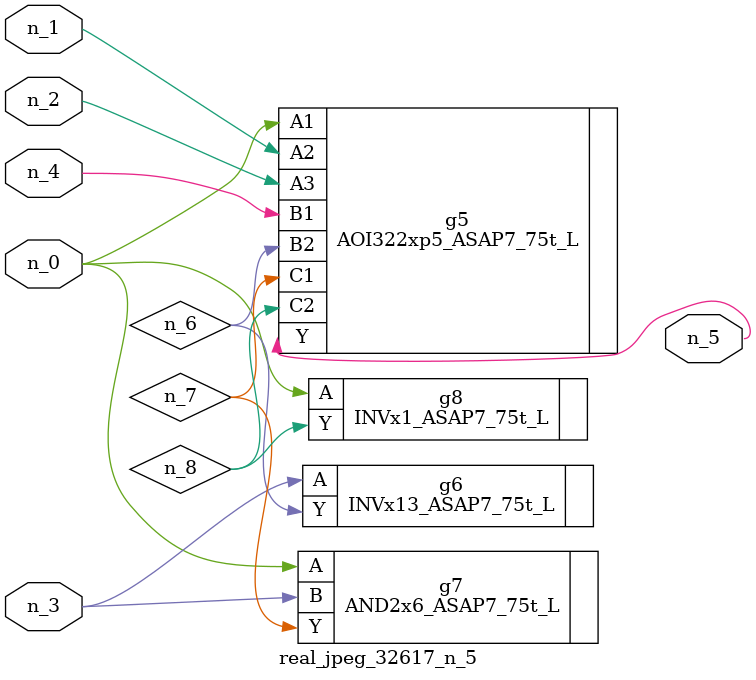
<source format=v>
module real_jpeg_32617_n_5 (n_4, n_0, n_1, n_2, n_3, n_5);

input n_4;
input n_0;
input n_1;
input n_2;
input n_3;

output n_5;

wire n_8;
wire n_6;
wire n_7;

AOI322xp5_ASAP7_75t_L g5 ( 
.A1(n_0),
.A2(n_1),
.A3(n_2),
.B1(n_4),
.B2(n_6),
.C1(n_7),
.C2(n_8),
.Y(n_5)
);

AND2x6_ASAP7_75t_L g7 ( 
.A(n_0),
.B(n_3),
.Y(n_7)
);

INVx1_ASAP7_75t_L g8 ( 
.A(n_0),
.Y(n_8)
);

INVx13_ASAP7_75t_L g6 ( 
.A(n_3),
.Y(n_6)
);


endmodule
</source>
